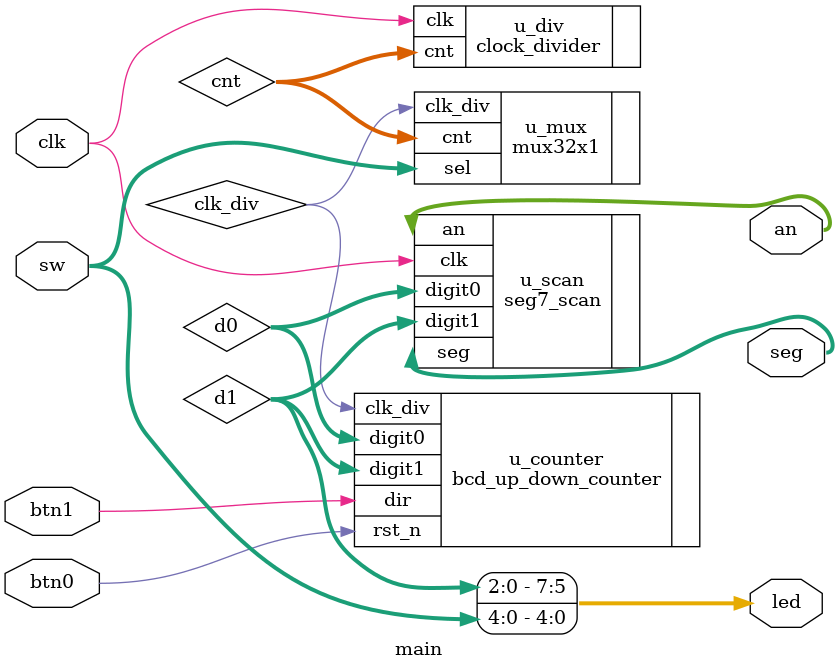
<source format=v>

module main (
    input clk,
    input [4:0] sw,
    input btn0, btn1,
    output [6:0] seg,
    output [1:0] an,
    output [7:0] led
);
    wire [31:0] cnt;
    wire clk_div;
    wire [3:0] d0, d1;

    clock_divider u_div (.clk(clk), .cnt(cnt));
    mux32x1 u_mux (.cnt(cnt), .sel(sw), .clk_div(clk_div));
    bcd_up_down_counter u_counter (
        .clk_div(clk_div), .rst_n(btn0), .dir(btn1),
        .digit0(d0), .digit1(d1)
    );
    seg7_scan u_scan (.clk(clk), .digit0(d0), .digit1(d1), .seg(seg), .an(an));

    assign led[4:0] = sw;
    assign led[7:5] = d1[2:0]; // only 3 bits from tens shown

endmodule

</source>
